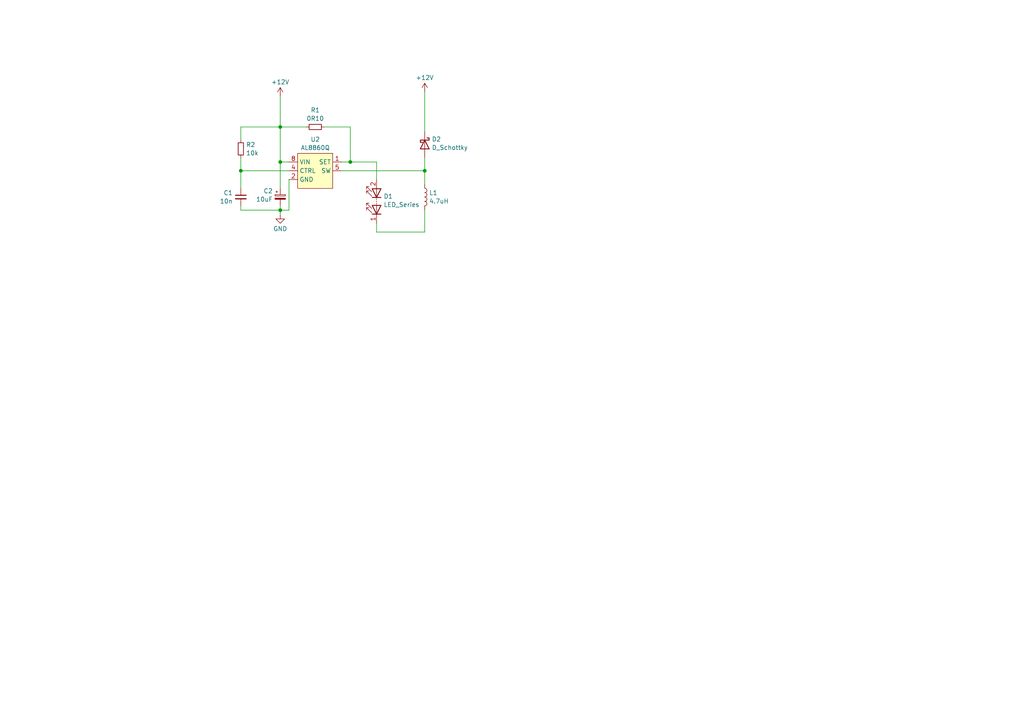
<source format=kicad_sch>
(kicad_sch (version 20230121) (generator eeschema)
  (paper "A4")
  (lib_symbols
    (symbol "Device:C_Polarized_Small" (pin_numbers hide) (pin_names (offset 0.254) hide)
      (property "Reference" "C" (at 0.254 1.778 0))
      (property "Value" "C_Polarized_Small" (at 0.254 -2.032 0))
      (symbol "C_Polarized_Small_0_1"
        (rectangle (start -1.524 -0.3048) (end 1.524 -0.6858) (fill (type outline)))
        (rectangle (start -1.524 0.6858) (end 1.524 0.3048))
        (polyline (pts (xy -1.27 1.524) (xy -0.762 1.524)))
        (polyline (pts (xy -1.016 1.27) (xy -1.016 1.778)))
      )
      (symbol "C_Polarized_Small_1_1"
        (pin passive line (at 0 2.54 270) (length 1.8542) (name "~") (number "1"))
        (pin passive line (at 0 -2.54 90) (length 1.8542) (name "~") (number "2"))
      )
    )
    (symbol "Device:C_Small" (pin_numbers hide) (pin_names (offset 0.254) hide)
      (property "Reference" "C" (at 0.254 1.778 0))
      (property "Value" "C_Small" (at 0.254 -2.032 0))
      (symbol "C_Small_0_1"
        (polyline (pts (xy -1.524 -0.508) (xy 1.524 -0.508)) (stroke (width 0.3302)))
        (polyline (pts (xy -1.524 0.508) (xy 1.524 0.508)) (stroke (width 0.3048)))
      )
      (symbol "C_Small_1_1"
        (pin passive line (at 0 2.54 270) (length 2.032) (name "~") (number "1"))
        (pin passive line (at 0 -2.54 90) (length 2.032) (name "~") (number "2"))
      )
    )
    (symbol "Device:D_Schottky" (pin_numbers hide) (pin_names (offset 1.016) hide)
      (property "Reference" "D" (at 0 2.54 0))
      (property "Value" "D_Schottky" (at 0 -2.54 0))
      (symbol "D_Schottky_0_1"
        (polyline (pts (xy 1.27 0) (xy -1.27 0)))
        (polyline (pts (xy 1.27 1.27) (xy 1.27 -1.27) (xy -1.27 0) (xy 1.27 1.27)) (stroke (width 0.254)))
        (polyline (pts (xy -1.905 0.635) (xy -1.905 1.27) (xy -1.27 1.27) (xy -1.27 -1.27) (xy -0.635 -1.27) (xy -0.635 -0.635)) (stroke (width 0.254)))
      )
      (symbol "D_Schottky_1_1"
        (pin passive line (at -3.81 0 0) (length 2.54) (name "K") (number "1"))
        (pin passive line (at 3.81 0 180) (length 2.54) (name "A") (number "2"))
      )
    )
    (symbol "Device:L" (pin_numbers hide) (pin_names (offset 1.016) hide)
      (property "Reference" "L" (at -1.27 0 90))
      (property "Value" "L" (at 1.905 0 90))
      (symbol "L_0_1"
        (arc (start 0 -2.54) (mid 0.6323 -1.905) (end 0 -1.27))
        (arc (start 0 -1.27) (mid 0.6323 -0.635) (end 0 0))
        (arc (start 0 0) (mid 0.6323 0.635) (end 0 1.27))
        (arc (start 0 1.27) (mid 0.6323 1.905) (end 0 2.54))
      )
      (symbol "L_1_1"
        (pin passive line (at 0 3.81 270) (length 1.27) (name "1") (number "1"))
        (pin passive line (at 0 -3.81 90) (length 1.27) (name "2") (number "2"))
      )
    )
    (symbol "Device:LED_Series" (pin_names (offset 1.016) hide)
      (property "Reference" "D" (at 0 5.715 0))
      (property "Value" "LED_Series" (at 0 3.81 0))
      (symbol "LED_Series_0_1"
        (polyline (pts (xy -3.81 0) (xy -1.016 0)))
        (polyline (pts (xy -3.683 -1.27) (xy -3.683 1.27)) (stroke (width 0.254)))
        (polyline (pts (xy -0.508 0) (xy -0.762 0)))
        (polyline (pts (xy 0.127 0) (xy -0.127 0)))
        (polyline (pts (xy 0.508 0) (xy 0.762 0)))
        (polyline (pts (xy 1.016 0) (xy 3.81 0)))
        (polyline (pts (xy 1.143 -1.27) (xy 1.143 1.27)) (stroke (width 0.254)))
        (polyline (pts (xy -1.143 -1.27) (xy -1.143 1.27) (xy -3.683 0) (xy -1.143 -1.27)) (stroke (width 0.254)))
        (polyline (pts (xy 3.683 -1.27) (xy 3.683 1.27) (xy 1.143 0) (xy 3.683 -1.27)) (stroke (width 0.254)))
        (polyline (pts (xy -3.302 1.397) (xy -1.778 2.921) (xy -2.54 2.921) (xy -1.778 2.921) (xy -1.778 2.159)))
        (polyline (pts (xy -2.032 1.397) (xy -0.508 2.921) (xy -1.27 2.921) (xy -0.508 2.921) (xy -0.508 2.159)))
        (polyline (pts (xy 1.524 1.397) (xy 3.048 2.921) (xy 2.286 2.921) (xy 3.048 2.921) (xy 3.048 2.159)))
        (polyline (pts (xy 2.794 1.397) (xy 4.318 2.921) (xy 3.556 2.921) (xy 4.318 2.921) (xy 4.318 2.159)))
      )
      (symbol "LED_Series_1_1"
        (pin passive line (at -6.35 0 0) (length 2.54) (name "K") (number "1"))
        (pin passive line (at 6.35 0 180) (length 2.54) (name "A") (number "2"))
      )
    )
    (symbol "Device:R_Small" (pin_numbers hide) (pin_names (offset 0.254) hide)
      (property "Reference" "R" (at 0.762 0.508 0))
      (property "Value" "R_Small" (at 0.762 -1.016 0))
      (symbol "R_Small_0_1"
        (rectangle (start -0.762 1.778) (end 0.762 -1.778) (stroke (width 0.2032)))
      )
      (symbol "R_Small_1_1"
        (pin passive line (at 0 2.54 270) (length 0.762) (name "~") (number "1"))
        (pin passive line (at 0 -2.54 90) (length 0.762) (name "~") (number "2"))
      )
    )
    (symbol "ledlight_lib:AL8860Q"
      (property "Reference" "U" (at -3.81 8.89 0))
      (property "Value" "AL8860Q" (at 0 6.35 0))
      (symbol "AL8860Q_1_1"
        (rectangle (start -5.08 5.08) (end 5.08 -5.08) (fill (type background)))
        (pin input line (at 7.62 2.54 180) (length 2.54) (name "SET") (number "1"))
        (pin power_in line (at -7.62 -2.54 0) (length 2.54) (name "GND") (number "2"))
        (pin passive line (at -7.62 -2.54 0) (length 2.54) hide (name "GND") (number "3"))
        (pin input line (at -7.62 0 0) (length 2.54) (name "CTRL") (number "4"))
        (pin output line (at 7.62 0 180) (length 2.54) (name "SW") (number "5"))
        (pin passive line (at 7.62 0 180) (length 2.54) hide (name "SW") (number "6"))
        (pin no_connect line (at 5.08 -3.81 180) (length 2.54) hide (name "N/C") (number "7"))
        (pin input line (at -7.62 2.54 0) (length 2.54) (name "VIN") (number "8"))
      )
    )
    (symbol "power:+12V" (power) (pin_names (offset 0))
      (property "Value" "+12V" (at 0 3.556 0))
      (symbol "+12V_0_1"
        (polyline (pts (xy -0.762 1.27) (xy 0 2.54)))
        (polyline (pts (xy 0 0) (xy 0 2.54)))
        (polyline (pts (xy 0 2.54) (xy 0.762 1.27)))
      )
      (symbol "+12V_1_1"
        (pin power_in line (at 0 0 90) (length 0) hide (name "+12V") (number "1"))
      )
    )
    (symbol "power:GND" (power) (pin_names (offset 0))
      (property "Value" "GND" (at 0 -3.81 0))
      (symbol "GND_0_1"
        (polyline (pts (xy 0 0) (xy 0 -1.27) (xy 1.27 -1.27) (xy 0 -2.54) (xy -1.27 -1.27) (xy 0 -1.27)))
      )
      (symbol "GND_1_1"
        (pin power_in line (at 0 0 270) (length 0) hide (name "GND") (number "1"))
      )
    )
  )
  (junction (at 81.28 60.96))
  (junction (at 81.28 36.83))
  (junction (at 69.85 49.53))
  (junction (at 123.19 49.53))
  (junction (at 101.6 46.99))
  (junction (at 81.28 46.99))
  (wire (pts (xy 109.22 67.31) (xy 123.19 67.31)))
  (wire (pts (xy 69.85 40.64) (xy 69.85 36.83)))
  (wire (pts (xy 109.22 64.77) (xy 109.22 67.31)))
  (wire (pts (xy 101.6 46.99) (xy 109.22 46.99)))
  (wire (pts (xy 69.85 60.96) (xy 69.85 59.69)))
  (wire (pts (xy 88.9 36.83) (xy 81.28 36.83)))
  (wire (pts (xy 123.19 45.72) (xy 123.19 49.53)))
  (wire (pts (xy 69.85 54.61) (xy 69.85 49.53)))
  (wire (pts (xy 123.19 49.53) (xy 123.19 53.34)))
  (wire (pts (xy 101.6 36.83) (xy 101.6 46.99)))
  (wire (pts (xy 81.28 46.99) (xy 83.82 46.99)))
  (wire (pts (xy 83.82 52.07) (xy 83.82 60.96)))
  (wire (pts (xy 81.28 60.96) (xy 83.82 60.96)))
  (wire (pts (xy 93.98 36.83) (xy 101.6 36.83)))
  (wire (pts (xy 69.85 45.72) (xy 69.85 49.53)))
  (wire (pts (xy 81.28 60.96) (xy 69.85 60.96)))
  (wire (pts (xy 81.28 27.94) (xy 81.28 36.83)))
  (wire (pts (xy 99.06 46.99) (xy 101.6 46.99)))
  (wire (pts (xy 123.19 26.67) (xy 123.19 38.1)))
  (wire (pts (xy 81.28 46.99) (xy 81.28 54.61)))
  (wire (pts (xy 123.19 67.31) (xy 123.19 60.96)))
  (wire (pts (xy 109.22 46.99) (xy 109.22 52.07)))
  (wire (pts (xy 69.85 36.83) (xy 81.28 36.83)))
  (wire (pts (xy 81.28 60.96) (xy 81.28 62.23)))
  (wire (pts (xy 69.85 49.53) (xy 83.82 49.53)))
  (wire (pts (xy 99.06 49.53) (xy 123.19 49.53)))
  (wire (pts (xy 81.28 36.83) (xy 81.28 46.99)))
  (wire (pts (xy 81.28 59.69) (xy 81.28 60.96)))
  (symbol (lib_id "power:+12V") (at 81.28 27.94 0) (unit 1)
    (property "Reference" "#PWR01" (effects hide))
    (property "Value" "+12V" (at 81.28 23.8069 0))
  )
  (symbol (lib_id "Device:C_Small") (at 69.85 57.15 0) (unit 1)
    (property "Reference" "C1" (at 67.5259 55.9442 0) (effects (justify right)))
    (property "Value" "10n" (at 67.5259 58.3684 0) (effects (justify right)))
  )
  (symbol (lib_id "Device:R_Small") (at 69.85 43.18 0) (unit 1)
    (property "Reference" "R2" (at 71.3486 41.9679 0) (effects (justify left)))
    (property "Value" "10k" (at 71.3486 44.3921 0) (effects (justify left)))
  )
  (symbol (lib_id "ledlight_lib:AL8860Q") (at 91.44 49.53 0) (unit 1)
    (property "Reference" "U2" (at 91.44 40.4327 0))
    (property "Value" "AL8860Q" (at 91.44 42.8569 0))
    (property "Datasheet" "https://www.mouser.de/datasheet/2/115/AL8860Q-1594671.pdf" (effects hide))
  )
  (symbol (lib_id "power:GND") (at 81.28 62.23 0) (unit 1)
    (property "Reference" "#PWR02" (effects hide))
    (property "Value" "GND" (at 81.28 66.3631 0))
  )
  (symbol (lib_id "Device:LED_Series") (at 109.22 58.42 90) (unit 1)
    (property "Reference" "D1" (at 111.252 56.9539 90) (effects (justify right)))
    (property "Value" "LED_Series" (at 111.252 59.3781 90) (effects (justify right)))
  )
  (symbol (lib_id "Device:C_Polarized_Small") (at 81.28 57.15 0) (unit 1)
    (property "Reference" "C2" (at 79.121 55.3918 0) (effects (justify right)))
    (property "Value" "10uF" (at 79.121 57.816 0) (effects (justify right)))
  )
  (symbol (lib_id "power:+12V") (at 123.19 26.67 0) (unit 1)
    (property "Reference" "#PWR03" (effects hide))
    (property "Value" "+12V" (at 123.19 22.5369 0))
  )
  (symbol (lib_id "Device:L") (at 123.19 57.15 0) (unit 1)
    (property "Reference" "L1" (at 124.4572 55.9379 0) (effects (justify left)))
    (property "Value" "4.7uH" (at 124.4572 58.3621 0) (effects (justify left)))
  )
  (symbol (lib_id "Device:R_Small") (at 91.44 36.83 90) (unit 1)
    (property "Reference" "R1" (at 91.44 31.9491 90))
    (property "Value" "0R10" (at 91.44 34.3733 90))
  )
  (symbol (lib_id "Device:D_Schottky") (at 123.19 41.91 270) (unit 1)
    (property "Reference" "D2" (at 125.222 40.3804 90) (effects (justify left)))
    (property "Value" "D_Schottky" (at 125.222 42.8046 90) (effects (justify left)))
  )
)
</source>
